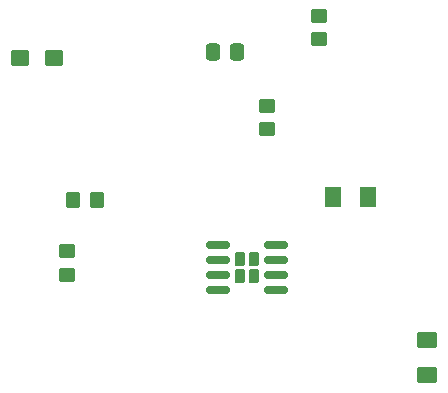
<source format=gbr>
%TF.GenerationSoftware,KiCad,Pcbnew,(6.0.10-0)*%
%TF.CreationDate,2023-02-17T12:04:27-08:00*%
%TF.ProjectId,lab6,6c616236-2e6b-4696-9361-645f70636258,rev?*%
%TF.SameCoordinates,Original*%
%TF.FileFunction,Paste,Top*%
%TF.FilePolarity,Positive*%
%FSLAX46Y46*%
G04 Gerber Fmt 4.6, Leading zero omitted, Abs format (unit mm)*
G04 Created by KiCad (PCBNEW (6.0.10-0)) date 2023-02-17 12:04:27*
%MOMM*%
%LPD*%
G01*
G04 APERTURE LIST*
G04 Aperture macros list*
%AMRoundRect*
0 Rectangle with rounded corners*
0 $1 Rounding radius*
0 $2 $3 $4 $5 $6 $7 $8 $9 X,Y pos of 4 corners*
0 Add a 4 corners polygon primitive as box body*
4,1,4,$2,$3,$4,$5,$6,$7,$8,$9,$2,$3,0*
0 Add four circle primitives for the rounded corners*
1,1,$1+$1,$2,$3*
1,1,$1+$1,$4,$5*
1,1,$1+$1,$6,$7*
1,1,$1+$1,$8,$9*
0 Add four rect primitives between the rounded corners*
20,1,$1+$1,$2,$3,$4,$5,0*
20,1,$1+$1,$4,$5,$6,$7,0*
20,1,$1+$1,$6,$7,$8,$9,0*
20,1,$1+$1,$8,$9,$2,$3,0*%
G04 Aperture macros list end*
%ADD10RoundRect,0.230000X0.230000X0.375000X-0.230000X0.375000X-0.230000X-0.375000X0.230000X-0.375000X0*%
%ADD11RoundRect,0.150000X0.825000X0.150000X-0.825000X0.150000X-0.825000X-0.150000X0.825000X-0.150000X0*%
%ADD12RoundRect,0.250000X-0.350000X-0.450000X0.350000X-0.450000X0.350000X0.450000X-0.350000X0.450000X0*%
%ADD13RoundRect,0.250001X0.462499X0.624999X-0.462499X0.624999X-0.462499X-0.624999X0.462499X-0.624999X0*%
%ADD14RoundRect,0.250000X0.537500X0.425000X-0.537500X0.425000X-0.537500X-0.425000X0.537500X-0.425000X0*%
%ADD15RoundRect,0.250000X-0.337500X-0.475000X0.337500X-0.475000X0.337500X0.475000X-0.337500X0.475000X0*%
%ADD16RoundRect,0.250000X0.450000X-0.350000X0.450000X0.350000X-0.450000X0.350000X-0.450000X-0.350000X0*%
%ADD17RoundRect,0.250000X-0.450000X0.350000X-0.450000X-0.350000X0.450000X-0.350000X0.450000X0.350000X0*%
%ADD18RoundRect,0.250001X0.624999X-0.462499X0.624999X0.462499X-0.624999X0.462499X-0.624999X-0.462499X0*%
G04 APERTURE END LIST*
D10*
%TO.C,U1*%
X167070000Y-77990000D03*
X168210000Y-77990000D03*
X167070000Y-79490000D03*
X168210000Y-79490000D03*
D11*
X170115000Y-80645000D03*
X170115000Y-79375000D03*
X170115000Y-78105000D03*
X170115000Y-76835000D03*
X165165000Y-76835000D03*
X165165000Y-78105000D03*
X165165000Y-79375000D03*
X165165000Y-80645000D03*
%TD*%
D12*
%TO.C,R2*%
X152940000Y-72995000D03*
X154940000Y-72995000D03*
%TD*%
D13*
%TO.C,D1*%
X177915000Y-72740000D03*
X174940000Y-72740000D03*
%TD*%
D14*
%TO.C,C1*%
X151297500Y-60960000D03*
X148422500Y-60960000D03*
%TD*%
D15*
%TO.C,C2*%
X164725004Y-60515000D03*
X166800004Y-60515000D03*
%TD*%
D16*
%TO.C,R1*%
X152412936Y-79370872D03*
X152412936Y-77370872D03*
%TD*%
D17*
%TO.C,R3*%
X169375000Y-65040000D03*
X169375000Y-67040000D03*
%TD*%
D18*
%TO.C,D2*%
X182880000Y-87847500D03*
X182880000Y-84872500D03*
%TD*%
D17*
%TO.C,R4*%
X173780000Y-57420000D03*
X173780000Y-59420000D03*
%TD*%
M02*

</source>
